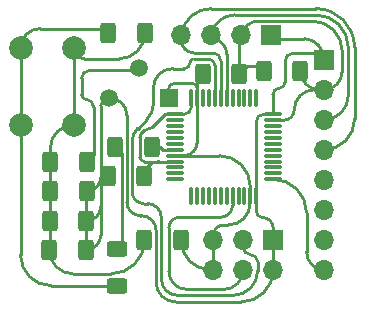
<source format=gbr>
%TF.GenerationSoftware,KiCad,Pcbnew,6.0.7-f9a2dced07~116~ubuntu20.04.1*%
%TF.CreationDate,2022-12-19T16:56:46-05:00*%
%TF.ProjectId,stm32_prototype,73746d33-325f-4707-926f-746f74797065,rev?*%
%TF.SameCoordinates,Original*%
%TF.FileFunction,Copper,L1,Top*%
%TF.FilePolarity,Positive*%
%FSLAX46Y46*%
G04 Gerber Fmt 4.6, Leading zero omitted, Abs format (unit mm)*
G04 Created by KiCad (PCBNEW 6.0.7-f9a2dced07~116~ubuntu20.04.1) date 2022-12-19 16:56:46*
%MOMM*%
%LPD*%
G01*
G04 APERTURE LIST*
G04 Aperture macros list*
%AMRoundRect*
0 Rectangle with rounded corners*
0 $1 Rounding radius*
0 $2 $3 $4 $5 $6 $7 $8 $9 X,Y pos of 4 corners*
0 Add a 4 corners polygon primitive as box body*
4,1,4,$2,$3,$4,$5,$6,$7,$8,$9,$2,$3,0*
0 Add four circle primitives for the rounded corners*
1,1,$1+$1,$2,$3*
1,1,$1+$1,$4,$5*
1,1,$1+$1,$6,$7*
1,1,$1+$1,$8,$9*
0 Add four rect primitives between the rounded corners*
20,1,$1+$1,$2,$3,$4,$5,0*
20,1,$1+$1,$4,$5,$6,$7,0*
20,1,$1+$1,$6,$7,$8,$9,0*
20,1,$1+$1,$8,$9,$2,$3,0*%
G04 Aperture macros list end*
%TA.AperFunction,ComponentPad*%
%ADD10R,1.700000X1.700000*%
%TD*%
%TA.AperFunction,ComponentPad*%
%ADD11O,1.700000X1.700000*%
%TD*%
%TA.AperFunction,SMDPad,CuDef*%
%ADD12RoundRect,0.250000X0.400000X0.625000X-0.400000X0.625000X-0.400000X-0.625000X0.400000X-0.625000X0*%
%TD*%
%TA.AperFunction,SMDPad,CuDef*%
%ADD13RoundRect,0.250000X0.625000X-0.400000X0.625000X0.400000X-0.625000X0.400000X-0.625000X-0.400000X0*%
%TD*%
%TA.AperFunction,SMDPad,CuDef*%
%ADD14RoundRect,0.250000X-0.400000X-0.625000X0.400000X-0.625000X0.400000X0.625000X-0.400000X0.625000X0*%
%TD*%
%TA.AperFunction,ComponentPad*%
%ADD15C,1.500000*%
%TD*%
%TA.AperFunction,ComponentPad*%
%ADD16R,1.500000X1.500000*%
%TD*%
%TA.AperFunction,SMDPad,CuDef*%
%ADD17RoundRect,0.075000X-0.662500X-0.075000X0.662500X-0.075000X0.662500X0.075000X-0.662500X0.075000X0*%
%TD*%
%TA.AperFunction,SMDPad,CuDef*%
%ADD18RoundRect,0.075000X-0.075000X-0.662500X0.075000X-0.662500X0.075000X0.662500X-0.075000X0.662500X0*%
%TD*%
%TA.AperFunction,ComponentPad*%
%ADD19C,2.000000*%
%TD*%
%TA.AperFunction,Conductor*%
%ADD20C,0.250000*%
%TD*%
G04 APERTURE END LIST*
D10*
%TO.P,J2,1,Pin_1*%
%TO.N,VCC*%
X178011938Y-54572923D03*
D11*
%TO.P,J2,2,Pin_2*%
%TO.N,GND*%
X175471938Y-54572923D03*
%TO.P,J2,3,Pin_3*%
%TO.N,/SCL*%
X172931938Y-54572923D03*
%TO.P,J2,4,Pin_4*%
%TO.N,/SDA*%
X170391938Y-54572923D03*
%TD*%
D12*
%TO.P,JU1,1*%
%TO.N,VCC*%
X167274740Y-66508114D03*
%TO.P,JU1,2*%
X164174740Y-66508114D03*
%TD*%
D13*
%TO.P,JU1,1*%
%TO.N,Net-(U1-Pad7)*%
X164998232Y-75758103D03*
%TO.P,JU1,2*%
X164998232Y-72658103D03*
%TD*%
D14*
%TO.P,JU1,1*%
%TO.N,GND*%
X172209522Y-57797612D03*
%TO.P,JU1,2*%
X175309522Y-57797612D03*
%TD*%
%TO.P,JU1,1*%
%TO.N,GND*%
X177388990Y-57577938D03*
%TO.P,JU1,2*%
X180488990Y-57577938D03*
%TD*%
D10*
%TO.P,J1,1,Pin_1*%
%TO.N,VCC*%
X178193548Y-71875408D03*
D11*
%TO.P,J1,2,Pin_2*%
X178193548Y-74415408D03*
%TO.P,J1,3,Pin_3*%
%TO.N,/BOOT0*%
X175653548Y-71875408D03*
%TO.P,J1,4,Pin_4*%
%TO.N,/BOOT1*%
X175653548Y-74415408D03*
%TO.P,J1,5,Pin_5*%
%TO.N,GND*%
X173113548Y-71875408D03*
%TO.P,J1,6,Pin_6*%
X173113548Y-74415408D03*
%TD*%
D14*
%TO.P,JU1,1*%
%TO.N,GND*%
X167288027Y-71927128D03*
%TO.P,JU1,2*%
X170388027Y-71927128D03*
%TD*%
D15*
%TO.P,U2,3,VO*%
%TO.N,VCC*%
X164245363Y-59881297D03*
%TO.P,U2,2,VI*%
%TO.N,/USB_5v*%
X166785363Y-57341297D03*
D16*
%TO.P,U2,1,GND*%
%TO.N,GND*%
X169325363Y-59881297D03*
%TD*%
D14*
%TO.P,JU1,2*%
%TO.N,Net-(U1-Pad7)*%
X167918417Y-64000000D03*
%TO.P,JU1,1*%
X164818417Y-64000000D03*
%TD*%
D17*
%TO.P,U1,1,VBAT*%
%TO.N,VCC*%
X169837500Y-61250000D03*
%TO.P,U1,2,PC13*%
%TO.N,unconnected-(U1-Pad2)*%
X169837500Y-61750000D03*
%TO.P,U1,3,PC14*%
%TO.N,unconnected-(U1-Pad3)*%
X169837500Y-62250000D03*
%TO.P,U1,4,PC15*%
%TO.N,unconnected-(U1-Pad4)*%
X169837500Y-62750000D03*
%TO.P,U1,5,PD0*%
%TO.N,unconnected-(U1-Pad5)*%
X169837500Y-63250000D03*
%TO.P,U1,6,PD1*%
%TO.N,unconnected-(U1-Pad6)*%
X169837500Y-63750000D03*
%TO.P,U1,7,NRST*%
%TO.N,Net-(U1-Pad7)*%
X169837500Y-64250000D03*
%TO.P,U1,8,VSSA*%
%TO.N,GND*%
X169837500Y-64750000D03*
%TO.P,U1,9,VDDA*%
%TO.N,VCC*%
X169837500Y-65250000D03*
%TO.P,U1,10,PA0*%
%TO.N,unconnected-(U1-Pad10)*%
X169837500Y-65750000D03*
%TO.P,U1,11,PA1*%
%TO.N,unconnected-(U1-Pad11)*%
X169837500Y-66250000D03*
%TO.P,U1,12,PA2*%
%TO.N,unconnected-(U1-Pad12)*%
X169837500Y-66750000D03*
D18*
%TO.P,U1,13,PA3*%
%TO.N,unconnected-(U1-Pad13)*%
X171250000Y-68162500D03*
%TO.P,U1,14,PA4*%
%TO.N,unconnected-(U1-Pad14)*%
X171750000Y-68162500D03*
%TO.P,U1,15,PA5*%
%TO.N,unconnected-(U1-Pad15)*%
X172250000Y-68162500D03*
%TO.P,U1,16,PA6*%
%TO.N,unconnected-(U1-Pad16)*%
X172750000Y-68162500D03*
%TO.P,U1,17,PA7*%
%TO.N,unconnected-(U1-Pad17)*%
X173250000Y-68162500D03*
%TO.P,U1,18,PB0*%
%TO.N,unconnected-(U1-Pad18)*%
X173750000Y-68162500D03*
%TO.P,U1,19,PB1*%
%TO.N,unconnected-(U1-Pad19)*%
X174250000Y-68162500D03*
%TO.P,U1,20,PB2*%
%TO.N,/BOOT1*%
X174750000Y-68162500D03*
%TO.P,U1,21,PB10*%
%TO.N,unconnected-(U1-Pad21)*%
X175250000Y-68162500D03*
%TO.P,U1,22,PB11*%
%TO.N,unconnected-(U1-Pad22)*%
X175750000Y-68162500D03*
%TO.P,U1,23,VSS*%
%TO.N,GND*%
X176250000Y-68162500D03*
%TO.P,U1,24,VDD*%
%TO.N,VCC*%
X176750000Y-68162500D03*
D17*
%TO.P,U1,25,PB12*%
%TO.N,/INT*%
X178162500Y-66750000D03*
%TO.P,U1,26,PB13*%
%TO.N,unconnected-(U1-Pad26)*%
X178162500Y-66250000D03*
%TO.P,U1,27,PB14*%
%TO.N,unconnected-(U1-Pad27)*%
X178162500Y-65750000D03*
%TO.P,U1,28,PB15*%
%TO.N,unconnected-(U1-Pad28)*%
X178162500Y-65250000D03*
%TO.P,U1,29,PA8*%
%TO.N,unconnected-(U1-Pad29)*%
X178162500Y-64750000D03*
%TO.P,U1,30,PA9*%
%TO.N,unconnected-(U1-Pad30)*%
X178162500Y-64250000D03*
%TO.P,U1,31,PA10*%
%TO.N,unconnected-(U1-Pad31)*%
X178162500Y-63750000D03*
%TO.P,U1,32,PA11*%
%TO.N,unconnected-(U1-Pad32)*%
X178162500Y-63250000D03*
%TO.P,U1,33,PA12*%
%TO.N,unconnected-(U1-Pad33)*%
X178162500Y-62750000D03*
%TO.P,U1,34,PA13*%
%TO.N,unconnected-(U1-Pad34)*%
X178162500Y-62250000D03*
%TO.P,U1,35,VSS*%
%TO.N,GND*%
X178162500Y-61750000D03*
%TO.P,U1,36,VDD*%
%TO.N,VCC*%
X178162500Y-61250000D03*
D18*
%TO.P,U1,37,PA14*%
%TO.N,unconnected-(U1-Pad37)*%
X176750000Y-59837500D03*
%TO.P,U1,38,PA15*%
%TO.N,unconnected-(U1-Pad38)*%
X176250000Y-59837500D03*
%TO.P,U1,39,PB3*%
%TO.N,unconnected-(U1-Pad39)*%
X175750000Y-59837500D03*
%TO.P,U1,40,PB4*%
%TO.N,unconnected-(U1-Pad40)*%
X175250000Y-59837500D03*
%TO.P,U1,41,PB5*%
%TO.N,unconnected-(U1-Pad41)*%
X174750000Y-59837500D03*
%TO.P,U1,42,PB6*%
%TO.N,/SCL*%
X174250000Y-59837500D03*
%TO.P,U1,43,PB7*%
%TO.N,/SDA*%
X173750000Y-59837500D03*
%TO.P,U1,44,BOOT0*%
%TO.N,/BOOT0*%
X173250000Y-59837500D03*
%TO.P,U1,45,PB8*%
%TO.N,unconnected-(U1-Pad45)*%
X172750000Y-59837500D03*
%TO.P,U1,46,PB9*%
%TO.N,unconnected-(U1-Pad46)*%
X172250000Y-59837500D03*
%TO.P,U1,47,VSS*%
%TO.N,GND*%
X171750000Y-59837500D03*
%TO.P,U1,48,VDD*%
%TO.N,VCC*%
X171250000Y-59837500D03*
%TD*%
D19*
%TO.P,SW1,1,A*%
%TO.N,GND*%
X161292766Y-62146223D03*
X161292766Y-55646223D03*
%TO.P,SW1,2,B*%
%TO.N,Net-(U1-Pad7)*%
X156792766Y-55646223D03*
X156792766Y-62146223D03*
%TD*%
D10*
%TO.P,J3,1,Pin_1*%
%TO.N,VCC*%
X182500000Y-56625000D03*
D11*
%TO.P,J3,2,Pin_2*%
%TO.N,GND*%
X182500000Y-59165000D03*
%TO.P,J3,3,Pin_3*%
%TO.N,/SCL*%
X182500000Y-61705000D03*
%TO.P,J3,4,Pin_4*%
%TO.N,/SDA*%
X182500000Y-64245000D03*
%TO.P,J3,5,Pin_5*%
%TO.N,unconnected-(J3-Pad5)*%
X182500000Y-66785000D03*
%TO.P,J3,6,Pin_6*%
%TO.N,unconnected-(J3-Pad6)*%
X182500000Y-69325000D03*
%TO.P,J3,7,Pin_7*%
%TO.N,unconnected-(J3-Pad7)*%
X182500000Y-71865000D03*
%TO.P,J3,8,Pin_8*%
%TO.N,/INT*%
X182500000Y-74405000D03*
%TD*%
D12*
%TO.P,C5,2*%
%TO.N,GND*%
X159296968Y-67770789D03*
%TO.P,C5,1*%
%TO.N,VCC*%
X162396968Y-67770789D03*
%TD*%
%TO.P,C4,1*%
%TO.N,/USB_5v*%
X162416504Y-65273269D03*
%TO.P,C4,2*%
%TO.N,GND*%
X159316504Y-65273269D03*
%TD*%
%TO.P,C3,1*%
%TO.N,VCC*%
X162331384Y-72733371D03*
%TO.P,C3,2*%
%TO.N,GND*%
X159231384Y-72733371D03*
%TD*%
%TO.P,C2,1*%
%TO.N,VCC*%
X162377280Y-70284872D03*
%TO.P,C2,2*%
%TO.N,GND*%
X159277280Y-70284872D03*
%TD*%
D14*
%TO.P,C1,1*%
%TO.N,Net-(U1-Pad7)*%
X164220789Y-54387203D03*
%TO.P,C1,2*%
%TO.N,GND*%
X167320789Y-54387203D03*
%TD*%
D20*
%TO.N,/SDA*%
X170391938Y-54572923D02*
X170391193Y-54573668D01*
%TO.N,Net-(U1-Pad7)*%
X164818417Y-63999950D02*
G75*
G02*
X165349650Y-64531233I-17J-531250D01*
G01*
X164998232Y-72658103D02*
X165349650Y-72306685D01*
X165349650Y-72306685D02*
X165349650Y-64531233D01*
%TO.N,VCC*%
X168532854Y-65249940D02*
G75*
G03*
X167274740Y-66508114I46J-1258160D01*
G01*
X168532854Y-65250000D02*
X169837500Y-65250000D01*
%TO.N,Net-(U1-Pad7)*%
X159386373Y-75758134D02*
G75*
G02*
X156792766Y-73164496I27J2593634D01*
G01*
X159386373Y-75758103D02*
X164998232Y-75758103D01*
X156792766Y-62146223D02*
X156792766Y-73164496D01*
%TO.N,GND*%
X175309523Y-54735339D02*
G75*
G02*
X175471938Y-54572923I162377J39D01*
G01*
X175309522Y-54735339D02*
X175309522Y-57797612D01*
%TO.N,/SDA*%
X171497855Y-56055562D02*
G75*
G02*
X170391938Y-54949621I45J1105962D01*
G01*
X170391938Y-54572923D02*
X170391938Y-54949621D01*
X173749962Y-56705094D02*
G75*
G03*
X173100444Y-56055538I-649562J-6D01*
G01*
X171497855Y-56055538D02*
X173100444Y-56055538D01*
X173750000Y-56705094D02*
X173750000Y-59837500D01*
%TO.N,/BOOT0*%
X175653548Y-71875408D02*
X175653548Y-72511683D01*
X174787303Y-76584566D02*
X170108021Y-76584566D01*
X171146403Y-56890178D02*
G75*
G02*
X170654903Y-57381703I-491503J-22D01*
G01*
X169674957Y-57381669D02*
G75*
G03*
X168042369Y-59014291I43J-1632631D01*
G01*
X176879752Y-73737945D02*
G75*
G03*
X176276713Y-73134848I-603052J45D01*
G01*
X166249650Y-67844874D02*
X166249650Y-63551654D01*
X166704112Y-62454564D02*
G75*
G03*
X166249650Y-63551654I1097088J-1097136D01*
G01*
X167550798Y-68811850D02*
X167216626Y-68811850D01*
X167550798Y-68811873D02*
G75*
G02*
X168713027Y-69974079I2J-1162227D01*
G01*
X171461248Y-56575428D02*
G75*
G03*
X171146428Y-56890178I-48J-314772D01*
G01*
X166249650Y-67844874D02*
G75*
G03*
X167216626Y-68811850I966950J-26D01*
G01*
X168042369Y-60385732D02*
X168042369Y-59014291D01*
X168713034Y-75189572D02*
G75*
G03*
X170108021Y-76584566I1394966J-28D01*
G01*
X174787303Y-76584610D02*
G75*
G03*
X176879810Y-74492059I-3J2092510D01*
G01*
X168042386Y-60385732D02*
G75*
G02*
X167525806Y-61632822I-1763686J32D01*
G01*
X173250000Y-57112150D02*
X173250000Y-59837500D01*
X173250042Y-57112150D02*
G75*
G03*
X172713208Y-56575358I-536842J-50D01*
G01*
X176276713Y-73134852D02*
G75*
G02*
X175653548Y-72511683I-13J623152D01*
G01*
X176879810Y-73737945D02*
X176879810Y-74492059D01*
X168713027Y-75189572D02*
X168713027Y-69974079D01*
X166704089Y-62454541D02*
X167525807Y-61632823D01*
X169674957Y-57381703D02*
X170654903Y-57381703D01*
X171461248Y-56575358D02*
X172713208Y-56575358D01*
%TO.N,GND*%
X177388968Y-57577938D02*
G75*
G03*
X177034290Y-57170616I-413368J-1862D01*
G01*
X175309522Y-57797612D02*
X175936519Y-57170615D01*
X172209522Y-57797612D02*
X171750000Y-58257134D01*
X171750000Y-58257134D02*
X171750000Y-59034315D01*
X175936519Y-57170615D02*
X177034290Y-57170615D01*
%TO.N,/SDA*%
X182500000Y-64244971D02*
G75*
G03*
X185074671Y-61670329I0J2574671D01*
G01*
X185074657Y-55564323D02*
G75*
G03*
X181807891Y-52297543I-3266757J23D01*
G01*
%TO.N,/SCL*%
X172931938Y-54572923D02*
X173235926Y-54876911D01*
X181801636Y-52839173D02*
X174926814Y-52839173D01*
X173235926Y-54876911D02*
X173273282Y-54876911D01*
%TO.N,/SDA*%
X170430266Y-54534595D02*
X170430266Y-54376989D01*
%TO.N,/SCL*%
X172974010Y-54530851D02*
X172931938Y-54572923D01*
X172974010Y-54409989D02*
X172974010Y-54530851D01*
X174250000Y-56153601D02*
X174250000Y-59837500D01*
%TO.N,/SDA*%
X170391938Y-54572923D02*
X170430266Y-54534595D01*
%TO.N,/SCL*%
X184552600Y-59652435D02*
G75*
G02*
X182500000Y-61705000I-2052600J35D01*
G01*
X184552565Y-59652435D02*
X184552565Y-55590102D01*
X172974060Y-54410000D02*
G75*
G02*
X174926814Y-52839173I1955040J-431200D01*
G01*
%TO.N,VCC*%
X178011938Y-54572923D02*
X178275815Y-54836800D01*
%TO.N,/SCL*%
X181801636Y-52839135D02*
G75*
G02*
X184552565Y-55590102I-36J-2750965D01*
G01*
%TO.N,GND*%
X181502999Y-53359880D02*
X176946107Y-53359880D01*
X181502999Y-53359876D02*
G75*
G02*
X184027324Y-55884205I1J-2524324D01*
G01*
%TO.N,/SDA*%
X172928444Y-52297617D02*
G75*
G03*
X170430266Y-54376989I1856J-2542583D01*
G01*
%TO.N,GND*%
X184027300Y-57637676D02*
G75*
G02*
X182500000Y-59165000I-1527300J-24D01*
G01*
%TO.N,VCC*%
X178275815Y-54836800D02*
X180837689Y-54836800D01*
X182500009Y-56625000D02*
G75*
G03*
X180837689Y-54836801I-1795009J-1900D01*
G01*
%TO.N,GND*%
X175509381Y-54489868D02*
G75*
G02*
X176946107Y-53359880I1438819J-351032D01*
G01*
X184027324Y-57637676D02*
X184027324Y-55884205D01*
%TO.N,/SCL*%
X174249992Y-56153601D02*
G75*
G03*
X173273282Y-54876912I-1325892J-2399D01*
G01*
%TO.N,GND*%
X175509403Y-54535458D02*
X175471938Y-54572923D01*
%TO.N,/SDA*%
X185074671Y-55564323D02*
X185074671Y-61670329D01*
%TO.N,GND*%
X175509403Y-54489873D02*
X175509403Y-54535458D01*
%TO.N,/SDA*%
X172928444Y-52297543D02*
X181807891Y-52297543D01*
%TO.N,GND*%
X182076052Y-59165010D02*
G75*
G02*
X180488990Y-57577938I48J1587110D01*
G01*
X182076052Y-59165000D02*
X182500000Y-59165000D01*
%TO.N,VCC*%
X178670086Y-59056600D02*
G75*
G03*
X178162500Y-59564229I14J-507600D01*
G01*
X179180243Y-58546539D02*
G75*
G02*
X178670086Y-59056643I-510143J39D01*
G01*
X179854256Y-56087090D02*
G75*
G03*
X179180190Y-56761176I44J-674110D01*
G01*
X178162500Y-61250000D02*
X178162500Y-59564229D01*
X182499990Y-56625000D02*
G75*
G03*
X181962110Y-56087110I-537890J0D01*
G01*
X179180190Y-58546539D02*
X179180190Y-56761176D01*
X179854256Y-56087110D02*
X181962110Y-56087110D01*
%TO.N,GND*%
X172876307Y-74415373D02*
G75*
G02*
X170388027Y-71927128I-7J2488273D01*
G01*
X172876307Y-74415408D02*
X173113548Y-74415408D01*
X161262497Y-74764516D02*
G75*
G02*
X159231384Y-72733371I3J2031116D01*
G01*
X167288084Y-71927128D02*
G75*
G02*
X164450671Y-74764484I-2837384J28D01*
G01*
X161262497Y-74764484D02*
X164450671Y-74764484D01*
%TO.N,/BOOT1*%
X173746661Y-69969000D02*
G75*
G03*
X174750000Y-68965685I39J1003300D01*
G01*
X169348124Y-70868133D02*
G75*
G02*
X170247240Y-69969024I899076J33D01*
G01*
X170886929Y-76080413D02*
X173988543Y-76080413D01*
X170886929Y-76080369D02*
G75*
G02*
X169348131Y-74541615I-29J1538769D01*
G01*
X175653513Y-74415408D02*
G75*
G02*
X173988543Y-76080413I-1665013J8D01*
G01*
X174750000Y-68162500D02*
X174750000Y-68965685D01*
X173746661Y-69969024D02*
X170247240Y-69969024D01*
X169348131Y-70868133D02*
X169348131Y-74541615D01*
%TO.N,VCC*%
X175457554Y-77151348D02*
G75*
G03*
X178193548Y-74415408I46J2735948D01*
G01*
X167031130Y-69832073D02*
G75*
G02*
X168263027Y-71063955I-30J-1231927D01*
G01*
X168263027Y-75450359D02*
X168263027Y-71063955D01*
X168263098Y-75450359D02*
G75*
G03*
X169964070Y-77151402I1701002J-41D01*
G01*
X165799742Y-68688352D02*
G75*
G03*
X166943356Y-69832058I1143658J-48D01*
G01*
X164362924Y-59881297D02*
X164245363Y-59881297D01*
X164362924Y-59881309D02*
G75*
G02*
X165801591Y-61319964I-24J-1438691D01*
G01*
X175457554Y-77151402D02*
X169964070Y-77151402D01*
X167031130Y-69832058D02*
X166943356Y-69832058D01*
X165799650Y-68688352D02*
X165799650Y-61321905D01*
X165799650Y-61321905D02*
X165801591Y-61319964D01*
X163583371Y-71481387D02*
G75*
G02*
X162331384Y-72733371I-1251971J-13D01*
G01*
X163583368Y-71481387D02*
X163583368Y-69078784D01*
X163583372Y-69078784D02*
G75*
G02*
X162377280Y-70284872I-1206072J-16D01*
G01*
X163583368Y-69078784D02*
X163583368Y-66584389D01*
X163583397Y-60543292D02*
G75*
G02*
X164245363Y-59881297I662003J-8D01*
G01*
X163583368Y-60543292D02*
X163583368Y-66584389D01*
X162396968Y-67770768D02*
G75*
G03*
X163583368Y-66584389I32J1186368D01*
G01*
X162377289Y-67790477D02*
G75*
G02*
X162396968Y-67770789I19711J-23D01*
G01*
X162377280Y-67790477D02*
X162377280Y-70284872D01*
X162377271Y-72687475D02*
G75*
G02*
X162331384Y-72733371I-45871J-25D01*
G01*
X162377280Y-72687475D02*
X162377280Y-70284872D01*
%TO.N,GND*%
X159277280Y-70284872D02*
X159277280Y-72687475D01*
X159231384Y-72733380D02*
G75*
G03*
X159277280Y-72687475I16J45880D01*
G01*
X159296968Y-67770789D02*
X159296968Y-70265184D01*
X159277280Y-70284868D02*
G75*
G03*
X159296968Y-70265184I20J19668D01*
G01*
X159316504Y-65273269D02*
X159316504Y-67751253D01*
X159296968Y-67770804D02*
G75*
G03*
X159316504Y-67751253I32J19504D01*
G01*
%TO.N,/INT*%
X181009923Y-72914923D02*
X181009923Y-69579668D01*
X181009900Y-72914923D02*
G75*
G03*
X182500000Y-74405000I1490100J23D01*
G01*
X178180255Y-66750077D02*
G75*
G02*
X181009923Y-69579668I45J-2829623D01*
G01*
X178180255Y-66750000D02*
X178162500Y-66750000D01*
%TO.N,/USB_5v*%
X162986169Y-64703562D02*
G75*
G02*
X162416504Y-65273269I-569669J-38D01*
G01*
X162330363Y-59981789D02*
G75*
G02*
X162986211Y-60637604I37J-655811D01*
G01*
X161963144Y-59614481D02*
G75*
G03*
X162330363Y-59981756I367256J-19D01*
G01*
X162618936Y-57541988D02*
G75*
G03*
X161963088Y-58197850I-36J-655812D01*
G01*
X162618936Y-57542002D02*
X166584658Y-57542002D01*
X166785402Y-57341297D02*
G75*
G02*
X166584658Y-57542002I-200702J-3D01*
G01*
X162986211Y-64703562D02*
X162986211Y-60637604D01*
X161963088Y-59614481D02*
X161963088Y-58197850D01*
%TO.N,GND*%
X169790711Y-58641563D02*
G75*
G03*
X169325363Y-59106892I-11J-465337D01*
G01*
X169325363Y-59881297D02*
X169325363Y-59106892D01*
X169790711Y-58641544D02*
X171357229Y-58641544D01*
X171749956Y-59034315D02*
G75*
G03*
X171357229Y-58641544I-392756J15D01*
G01*
X171750000Y-59034315D02*
X171750000Y-59837500D01*
%TO.N,Net-(U1-Pad7)*%
X156792766Y-62146223D02*
X156792766Y-55646223D01*
%TO.N,GND*%
X161292766Y-62146223D02*
X161292766Y-55646223D01*
X165161453Y-56546489D02*
G75*
G03*
X167320789Y-54387203I47J2159289D01*
G01*
X161292761Y-55646223D02*
G75*
G03*
X162193082Y-56546539I900339J23D01*
G01*
X165161453Y-56546539D02*
X162193082Y-56546539D01*
%TO.N,Net-(U1-Pad7)*%
X158438989Y-53999966D02*
G75*
G03*
X156792766Y-55646223I11J-1646234D01*
G01*
X158438989Y-54000000D02*
X164000000Y-54000000D01*
%TO.N,GND*%
X159316523Y-64122485D02*
G75*
G02*
X161292766Y-62146223I1976277J-15D01*
G01*
X159316504Y-64122485D02*
X159316504Y-65273269D01*
%TO.N,VCC*%
X167054910Y-62793152D02*
X167174656Y-62673398D01*
X167474700Y-62549104D02*
G75*
G03*
X167174656Y-62673398I0J-424296D01*
G01*
X167919399Y-62364916D02*
X169034315Y-61250000D01*
X167919396Y-62364913D02*
G75*
G02*
X167474700Y-62549107I-444696J444713D01*
G01*
X166891400Y-64865949D02*
G75*
G03*
X167275486Y-65250000I384100J49D01*
G01*
X167054897Y-62793139D02*
G75*
G03*
X166891435Y-63187815I394703J-394661D01*
G01*
X169837500Y-65250000D02*
X167275486Y-65250000D01*
X166891435Y-64865949D02*
X166891435Y-63187815D01*
X169034315Y-61250000D02*
X169837500Y-61250000D01*
%TO.N,Net-(U1-Pad7)*%
X168604879Y-64000000D02*
X168854551Y-64249672D01*
X168861054Y-64249990D02*
G75*
G03*
X168854551Y-64249673I-3854J-12210D01*
G01*
X167918417Y-64000000D02*
X168604879Y-64000000D01*
X168861051Y-64250000D02*
X169837500Y-64250000D01*
%TO.N,GND*%
X179971700Y-60866024D02*
G75*
G02*
X179087672Y-61750000I-884000J24D01*
G01*
X178162500Y-61750000D02*
X179087672Y-61750000D01*
X181672672Y-59164948D02*
G75*
G03*
X179971648Y-60866024I28J-1701052D01*
G01*
X181672672Y-59165000D02*
X182500000Y-59165000D01*
%TO.N,/BOOT1*%
X175653548Y-74415408D02*
X175439112Y-74415397D01*
%TO.N,GND*%
X176250000Y-68162500D02*
X176250000Y-68748926D01*
X174370515Y-70628400D02*
G75*
G03*
X176250000Y-68748926I-15J1879500D01*
G01*
X173113548Y-71875408D02*
X173113548Y-71493617D01*
X173978754Y-70628348D02*
G75*
G03*
X173113548Y-71493617I46J-865252D01*
G01*
X173978754Y-70628411D02*
X174370515Y-70628411D01*
X173113548Y-71875408D02*
X173113548Y-74415408D01*
%TO.N,VCC*%
X178193548Y-71875408D02*
X178193548Y-74415408D01*
X176750000Y-68162500D02*
X176750000Y-69457265D01*
X177273741Y-69981000D02*
G75*
G02*
X176750000Y-69457265I-41J523700D01*
G01*
X178193494Y-70900813D02*
G75*
G03*
X177273741Y-69981006I-919794J13D01*
G01*
X178193548Y-70900813D02*
X178193548Y-71875408D01*
%TO.N,GND*%
X176250000Y-68162500D02*
X176250000Y-67359315D01*
X173640685Y-64750000D02*
G75*
G02*
X176250000Y-67359315I15J-2609300D01*
G01*
X173640685Y-64750000D02*
X169837500Y-64750000D01*
%TO.N,VCC*%
X178162500Y-61250000D02*
X177359315Y-61250000D01*
X176750000Y-61859315D02*
G75*
G02*
X177359315Y-61250000I609300J15D01*
G01*
X176750000Y-61859315D02*
X176750000Y-68162500D01*
%TO.N,GND*%
X169837500Y-64750000D02*
X170640685Y-64750000D01*
X171750000Y-63640685D02*
G75*
G02*
X170640685Y-64750000I-1109300J-15D01*
G01*
X171750000Y-63640685D02*
X171750000Y-59837500D01*
%TO.N,VCC*%
X171250000Y-59837500D02*
X171250000Y-60640685D01*
X170640685Y-61250000D02*
G75*
G03*
X171250000Y-60640685I15J609300D01*
G01*
X170640685Y-61250000D02*
X169837500Y-61250000D01*
%TO.N,/SCL*%
X182205000Y-62000000D02*
G75*
G03*
X182500000Y-61705000I0J295000D01*
G01*
%TO.N,GND*%
X182500000Y-59165000D02*
G75*
G03*
X182335000Y-59000000I-165000J0D01*
G01*
%TD*%
M02*

</source>
